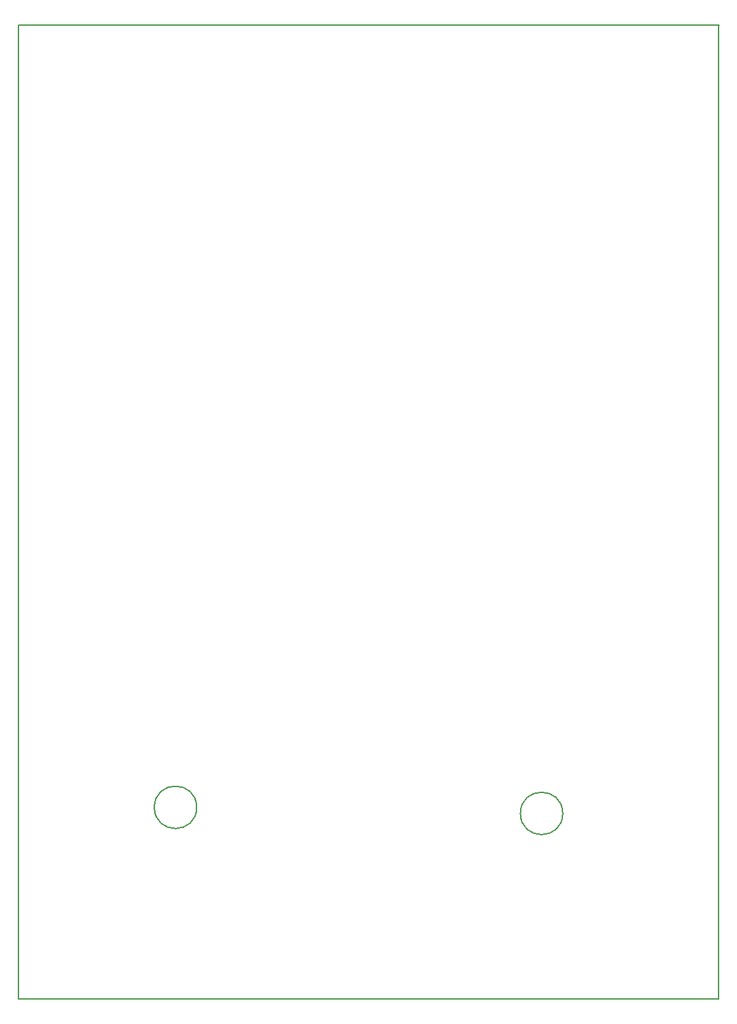
<source format=gbr>
G04 #@! TF.GenerationSoftware,KiCad,Pcbnew,(5.0.1-3-g963ef8bb5)*
G04 #@! TF.CreationDate,2020-01-06T21:10:07-05:00*
G04 #@! TF.ProjectId,SLI HW,534C492048572E6B696361645F706362,rev?*
G04 #@! TF.SameCoordinates,Original*
G04 #@! TF.FileFunction,Profile,NP*
%FSLAX46Y46*%
G04 Gerber Fmt 4.6, Leading zero omitted, Abs format (unit mm)*
G04 Created by KiCad (PCBNEW (5.0.1-3-g963ef8bb5)) date Monday, January 06, 2020 at 09:10:07 PM*
%MOMM*%
%LPD*%
G01*
G04 APERTURE LIST*
%ADD10C,0.150000*%
G04 APERTURE END LIST*
D10*
X115620294Y-131179706D02*
G75*
G03X115620294Y-131179706I-2720294J0D01*
G01*
X68600000Y-130400000D02*
G75*
G03X68600000Y-130400000I-2720294J0D01*
G01*
X45670000Y-155000000D02*
X135628000Y-155000000D01*
X45670000Y-29982000D02*
X45670000Y-155000000D01*
X135628000Y-29982000D02*
X135628000Y-155000000D01*
X45670000Y-29982000D02*
X135670000Y-29982000D01*
M02*

</source>
